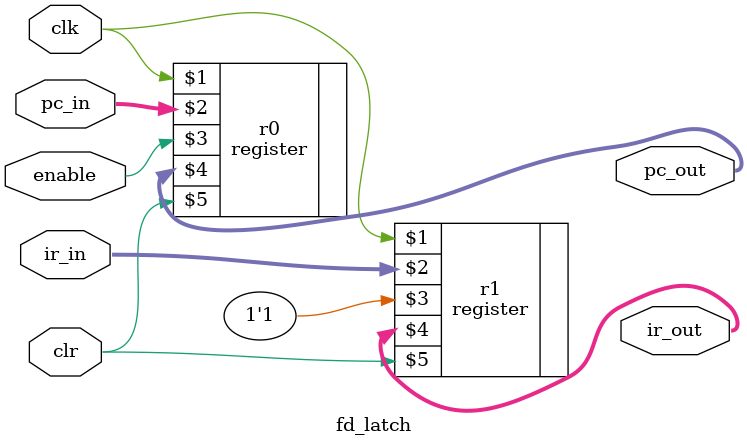
<source format=v>
module fd_latch(pc_out, ir_out, pc_in, ir_in, clk, clr, enable);
    input clk, clr, enable;
    input [31:0] pc_in, ir_in;
    output [31:0] pc_out, ir_out;

    register r0(clk, pc_in, enable, pc_out, clr);
    register r1(clk, ir_in, 1'b1, ir_out, clr);

endmodule
</source>
